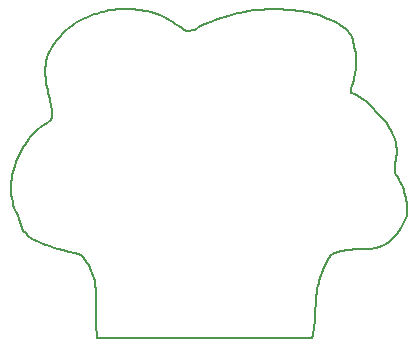
<source format=gm1>
G04 #@! TF.GenerationSoftware,KiCad,Pcbnew,5.1.6-c6e7f7d~87~ubuntu18.04.1*
G04 #@! TF.CreationDate,2020-07-20T19:22:24+02:00*
G04 #@! TF.ProjectId,cloud-demo,636c6f75-642d-4646-956d-6f2e6b696361,rev?*
G04 #@! TF.SameCoordinates,Original*
G04 #@! TF.FileFunction,Profile,NP*
%FSLAX46Y46*%
G04 Gerber Fmt 4.6, Leading zero omitted, Abs format (unit mm)*
G04 Created by KiCad (PCBNEW 5.1.6-c6e7f7d~87~ubuntu18.04.1) date 2020-07-20 19:22:24*
%MOMM*%
%LPD*%
G01*
G04 APERTURE LIST*
G04 #@! TA.AperFunction,Profile*
%ADD10C,0.200000*%
G04 #@! TD*
G04 APERTURE END LIST*
D10*
X119397432Y-70080646D02*
X119719008Y-69888181D01*
X119719008Y-69888181D02*
X120051536Y-69701669D01*
X120051536Y-69701669D02*
X120395955Y-69523422D01*
X120395955Y-69523422D02*
X120753201Y-69355756D01*
X120753201Y-69355756D02*
X120936928Y-69276614D01*
X120936928Y-69276614D02*
X121124213Y-69200985D01*
X121124213Y-69200985D02*
X121315174Y-69129159D01*
X121315174Y-69129159D02*
X121509928Y-69061424D01*
X121509928Y-69061424D02*
X121708593Y-68998071D01*
X121708593Y-68998071D02*
X121911285Y-68939388D01*
X121911285Y-68939388D02*
X122118121Y-68885665D01*
X122118121Y-68885665D02*
X122329220Y-68837190D01*
X122329220Y-68837190D02*
X122544698Y-68794255D01*
X122544698Y-68794255D02*
X122764672Y-68757147D01*
X122764672Y-68757147D02*
X122989259Y-68726156D01*
X122989259Y-68726156D02*
X123218578Y-68701571D01*
X123218578Y-68701571D02*
X123452745Y-68683682D01*
X123452745Y-68683682D02*
X123691877Y-68672778D01*
X123691877Y-68672778D02*
X123936091Y-68669149D01*
X123936091Y-68669149D02*
X124185505Y-68673083D01*
X124185505Y-68673083D02*
X124440237Y-68684870D01*
X124440237Y-68684870D02*
X124700402Y-68704799D01*
X124700402Y-68704799D02*
X124966119Y-68733161D01*
X124966119Y-68733161D02*
X125237504Y-68770243D01*
X125237504Y-68770243D02*
X125514675Y-68816335D01*
X125514675Y-68816335D02*
X125797750Y-68871727D01*
X125797750Y-68871727D02*
X126086844Y-68936708D01*
X126086844Y-68936708D02*
X126382077Y-69011568D01*
X139781188Y-96486874D02*
X121571224Y-96486874D01*
X120217059Y-89466597D02*
X119675669Y-89344412D01*
X119675669Y-89344412D02*
X119175356Y-89224634D01*
X119175356Y-89224634D02*
X118714361Y-89107012D01*
X118714361Y-89107012D02*
X118290928Y-88991297D01*
X118290928Y-88991297D02*
X117903300Y-88877239D01*
X117903300Y-88877239D02*
X117549719Y-88764588D01*
X117549719Y-88764588D02*
X117228428Y-88653094D01*
X117228428Y-88653094D02*
X116937671Y-88542508D01*
X116937671Y-88542508D02*
X116675689Y-88432579D01*
X116675689Y-88432579D02*
X116440727Y-88323057D01*
X116440727Y-88323057D02*
X116231026Y-88213693D01*
X116231026Y-88213693D02*
X116044830Y-88104237D01*
X116044830Y-88104237D02*
X115735925Y-87884049D01*
X115735925Y-87884049D02*
X115499952Y-87660495D01*
X115499952Y-87660495D02*
X115322856Y-87431575D01*
X115322856Y-87431575D02*
X115190580Y-87195291D01*
X115190580Y-87195291D02*
X115089066Y-86949644D01*
X115089066Y-86949644D02*
X115004259Y-86692634D01*
X115004259Y-86692634D02*
X114922100Y-86422264D01*
X114922100Y-86422264D02*
X114828532Y-86136535D01*
X114828532Y-86136535D02*
X114709500Y-85833447D01*
X114709500Y-85833447D02*
X114550946Y-85511002D01*
X144841489Y-88967696D02*
X144597627Y-88977864D01*
X144597627Y-88977864D02*
X144348768Y-88987106D01*
X144348768Y-88987106D02*
X144096713Y-88996283D01*
X144096713Y-88996283D02*
X143843264Y-89006258D01*
X143843264Y-89006258D02*
X143590224Y-89017893D01*
X143590224Y-89017893D02*
X143339395Y-89032053D01*
X143339395Y-89032053D02*
X143092579Y-89049598D01*
X143092579Y-89049598D02*
X142851578Y-89071393D01*
X142851578Y-89071393D02*
X142618194Y-89098299D01*
X142618194Y-89098299D02*
X142394230Y-89131179D01*
X142394230Y-89131179D02*
X142181487Y-89170896D01*
X142181487Y-89170896D02*
X141981768Y-89218313D01*
X141981768Y-89218313D02*
X141710550Y-89305763D01*
X141710550Y-89305763D02*
X141478773Y-89415390D01*
X141478773Y-89415390D02*
X141349170Y-89502234D01*
X133402353Y-69047202D02*
X133696088Y-68972384D01*
X133696088Y-68972384D02*
X134024279Y-68904146D01*
X134024279Y-68904146D02*
X134383559Y-68843470D01*
X134383559Y-68843470D02*
X134770561Y-68791337D01*
X134770561Y-68791337D02*
X134973406Y-68768782D01*
X134973406Y-68768782D02*
X135181918Y-68748731D01*
X135181918Y-68748731D02*
X135395678Y-68731307D01*
X135395678Y-68731307D02*
X135614264Y-68716633D01*
X135614264Y-68716633D02*
X135837255Y-68704832D01*
X135837255Y-68704832D02*
X136064231Y-68696026D01*
X136064231Y-68696026D02*
X136294771Y-68690338D01*
X136294771Y-68690338D02*
X136528453Y-68687892D01*
X136528453Y-68687892D02*
X136764857Y-68688810D01*
X136764857Y-68688810D02*
X137003562Y-68693214D01*
X137003562Y-68693214D02*
X137244147Y-68701228D01*
X137244147Y-68701228D02*
X137486192Y-68712974D01*
X137486192Y-68712974D02*
X137729275Y-68728575D01*
X137729275Y-68728575D02*
X137972976Y-68748154D01*
X137972976Y-68748154D02*
X138216873Y-68771834D01*
X138216873Y-68771834D02*
X138460547Y-68799738D01*
X138460547Y-68799738D02*
X138703575Y-68831987D01*
X138703575Y-68831987D02*
X138945537Y-68868706D01*
X138945537Y-68868706D02*
X139186013Y-68910017D01*
X139186013Y-68910017D02*
X139424581Y-68956042D01*
X139424581Y-68956042D02*
X139660821Y-69006905D01*
X139660821Y-69006905D02*
X139894312Y-69062728D01*
X139894312Y-69062728D02*
X140124632Y-69123634D01*
X140124632Y-69123634D02*
X140351362Y-69189746D01*
X126382077Y-69011568D02*
X126667717Y-69095496D01*
X126667717Y-69095496D02*
X126858678Y-69170053D01*
X126858678Y-69170053D02*
X127049359Y-69257059D01*
X127049359Y-69257059D02*
X127239152Y-69354427D01*
X127239152Y-69354427D02*
X127427451Y-69460071D01*
X127427451Y-69460071D02*
X127613649Y-69571902D01*
X127613649Y-69571902D02*
X127797138Y-69687835D01*
X127797138Y-69687835D02*
X127977312Y-69805781D01*
X127977312Y-69805781D02*
X128153564Y-69923654D01*
X128153564Y-69923654D02*
X128325287Y-70039367D01*
X128325287Y-70039367D02*
X128491873Y-70150833D01*
X128491873Y-70150833D02*
X128730795Y-70305503D01*
X128730795Y-70305503D02*
X128954746Y-70438877D01*
X128954746Y-70438877D02*
X129161678Y-70543912D01*
X143451689Y-72432617D02*
X143496228Y-72737315D01*
X143496228Y-72737315D02*
X143517226Y-73025329D01*
X143517226Y-73025329D02*
X143517819Y-73297447D01*
X143517819Y-73297447D02*
X143501142Y-73554454D01*
X143501142Y-73554454D02*
X143470330Y-73797141D01*
X143470330Y-73797141D02*
X143428521Y-74026293D01*
X143428521Y-74026293D02*
X143378848Y-74242700D01*
X143378848Y-74242700D02*
X143324448Y-74447148D01*
X143324448Y-74447148D02*
X143268456Y-74640425D01*
X143268456Y-74640425D02*
X143188342Y-74911120D01*
X143188342Y-74911120D02*
X143122285Y-75161111D01*
X143122285Y-75161111D02*
X143080866Y-75393058D01*
X143080866Y-75393058D02*
X143074668Y-75609619D01*
X143074668Y-75609619D02*
X143095330Y-75746758D01*
X121571224Y-96486874D02*
X121538375Y-96267988D01*
X121538375Y-96267988D02*
X121513136Y-96049504D01*
X121513136Y-96049504D02*
X121494685Y-95831376D01*
X121494685Y-95831376D02*
X121482200Y-95613563D01*
X121482200Y-95613563D02*
X121474858Y-95396020D01*
X121474858Y-95396020D02*
X121471839Y-95178705D01*
X121471839Y-95178705D02*
X121472318Y-94961574D01*
X121472318Y-94961574D02*
X121475475Y-94744584D01*
X121475475Y-94744584D02*
X121480488Y-94527691D01*
X121480488Y-94527691D02*
X121486534Y-94310853D01*
X121486534Y-94310853D02*
X121492791Y-94094026D01*
X121492791Y-94094026D02*
X121498437Y-93877167D01*
X121498437Y-93877167D02*
X121502650Y-93660232D01*
X121502650Y-93660232D02*
X121504608Y-93443179D01*
X121504608Y-93443179D02*
X121503489Y-93225964D01*
X121503489Y-93225964D02*
X121498471Y-93008543D01*
X121498471Y-93008543D02*
X121488732Y-92790874D01*
X121488732Y-92790874D02*
X121473448Y-92572914D01*
X121473448Y-92572914D02*
X121451800Y-92354618D01*
X121451800Y-92354618D02*
X121422964Y-92135944D01*
X121422964Y-92135944D02*
X121386118Y-91916848D01*
X121386118Y-91916848D02*
X121340440Y-91697288D01*
X121340440Y-91697288D02*
X121285109Y-91477219D01*
X121285109Y-91477219D02*
X121219302Y-91256599D01*
X121219302Y-91256599D02*
X121142196Y-91035384D01*
X121142196Y-91035384D02*
X121052971Y-90813532D01*
X121052971Y-90813532D02*
X120950803Y-90590998D01*
X120950803Y-90590998D02*
X120834871Y-90367740D01*
X120834871Y-90367740D02*
X120704353Y-90143714D01*
X120704353Y-90143714D02*
X120558426Y-89918877D01*
X120558426Y-89918877D02*
X120396269Y-89693185D01*
X120396269Y-89693185D02*
X120217059Y-89466597D01*
X140351362Y-69189746D02*
X140632134Y-69299555D01*
X140632134Y-69299555D02*
X140893198Y-69406067D01*
X140893198Y-69406067D02*
X141135340Y-69509556D01*
X141135340Y-69509556D02*
X141359343Y-69610297D01*
X141359343Y-69610297D02*
X141565992Y-69708565D01*
X141565992Y-69708565D02*
X141756071Y-69804636D01*
X141756071Y-69804636D02*
X142089656Y-69991287D01*
X142089656Y-69991287D02*
X142366374Y-70172450D01*
X142366374Y-70172450D02*
X142592500Y-70350327D01*
X142592500Y-70350327D02*
X142774309Y-70527118D01*
X142774309Y-70527118D02*
X142918076Y-70705026D01*
X142918076Y-70705026D02*
X143030075Y-70886251D01*
X143030075Y-70886251D02*
X143116582Y-71072994D01*
X143116582Y-71072994D02*
X143183872Y-71267457D01*
X143183872Y-71267457D02*
X143238220Y-71471842D01*
X143238220Y-71471842D02*
X143285901Y-71688349D01*
X143285901Y-71688349D02*
X143333189Y-71919179D01*
X143333189Y-71919179D02*
X143386360Y-72166535D01*
X143386360Y-72166535D02*
X143451689Y-72432617D01*
X129161678Y-70543912D02*
X129386927Y-70524560D01*
X129386927Y-70524560D02*
X129632382Y-70486453D01*
X129632382Y-70486453D02*
X129850836Y-70412805D01*
X129850836Y-70412805D02*
X130033895Y-70304824D01*
X130033895Y-70304824D02*
X130206349Y-70195907D01*
X130206349Y-70195907D02*
X130454435Y-70058840D01*
X130454435Y-70058840D02*
X130682065Y-69949953D01*
X130682065Y-69949953D02*
X130973640Y-69825750D01*
X130973640Y-69825750D02*
X131341293Y-69685107D01*
X131341293Y-69685107D02*
X131557440Y-69608271D01*
X131557440Y-69608271D02*
X131797156Y-69526904D01*
X131797156Y-69526904D02*
X132061958Y-69440866D01*
X132061958Y-69440866D02*
X132353362Y-69350017D01*
X132353362Y-69350017D02*
X132672885Y-69254217D01*
X132672885Y-69254217D02*
X133022043Y-69153325D01*
X133022043Y-69153325D02*
X133402353Y-69047202D01*
X146765831Y-82517584D02*
X146896853Y-82719803D01*
X146896853Y-82719803D02*
X147020004Y-82923990D01*
X147020004Y-82923990D02*
X147135136Y-83130182D01*
X147135136Y-83130182D02*
X147242102Y-83338415D01*
X147242102Y-83338415D02*
X147340753Y-83548727D01*
X147340753Y-83548727D02*
X147430942Y-83761154D01*
X147430942Y-83761154D02*
X147512521Y-83975734D01*
X147512521Y-83975734D02*
X147585342Y-84192503D01*
X147585342Y-84192503D02*
X147649258Y-84411499D01*
X147649258Y-84411499D02*
X147704121Y-84632757D01*
X147704121Y-84632757D02*
X147749783Y-84856316D01*
X147749783Y-84856316D02*
X147786097Y-85082211D01*
X147786097Y-85082211D02*
X147812914Y-85310481D01*
X147812914Y-85310481D02*
X147830087Y-85541162D01*
X147830087Y-85541162D02*
X147837469Y-85774290D01*
X147837469Y-85774290D02*
X147834911Y-86009904D01*
X139781188Y-96486874D02*
X139781188Y-96486874D01*
X146017475Y-78241274D02*
X146162890Y-78482581D01*
X146162890Y-78482581D02*
X146293124Y-78710493D01*
X146293124Y-78710493D02*
X146408908Y-78925656D01*
X146408908Y-78925656D02*
X146510973Y-79128712D01*
X146510973Y-79128712D02*
X146600049Y-79320309D01*
X146600049Y-79320309D02*
X146742158Y-79671699D01*
X146742158Y-79671699D02*
X146841082Y-79984985D01*
X146841082Y-79984985D02*
X146902669Y-80265326D01*
X146902669Y-80265326D02*
X146932764Y-80517880D01*
X146932764Y-80517880D02*
X146937214Y-80747806D01*
X146937214Y-80747806D02*
X146921866Y-80960264D01*
X146921866Y-80960264D02*
X146892566Y-81160411D01*
X146892566Y-81160411D02*
X146835247Y-81448835D01*
X146835247Y-81448835D02*
X146779424Y-81738579D01*
X146779424Y-81738579D02*
X146752784Y-81941073D01*
X146752784Y-81941073D02*
X146741426Y-82157051D01*
X146741426Y-82157051D02*
X146751195Y-82391671D01*
X146751195Y-82391671D02*
X146765831Y-82517584D01*
X141349170Y-89502234D02*
X141191238Y-89761353D01*
X141191238Y-89761353D02*
X141047136Y-90015286D01*
X141047136Y-90015286D02*
X140916183Y-90264288D01*
X140916183Y-90264288D02*
X140797698Y-90508615D01*
X140797698Y-90508615D02*
X140691003Y-90748521D01*
X140691003Y-90748521D02*
X140595415Y-90984262D01*
X140595415Y-90984262D02*
X140510256Y-91216091D01*
X140510256Y-91216091D02*
X140434846Y-91444265D01*
X140434846Y-91444265D02*
X140368503Y-91669039D01*
X140368503Y-91669039D02*
X140310549Y-91890667D01*
X140310549Y-91890667D02*
X140260303Y-92109405D01*
X140260303Y-92109405D02*
X140217084Y-92325507D01*
X140217084Y-92325507D02*
X140180214Y-92539228D01*
X140180214Y-92539228D02*
X140149011Y-92750825D01*
X140149011Y-92750825D02*
X140122795Y-92960551D01*
X140122795Y-92960551D02*
X140100887Y-93168662D01*
X140100887Y-93168662D02*
X140082606Y-93375413D01*
X140082606Y-93375413D02*
X140067272Y-93581058D01*
X140067272Y-93581058D02*
X140054206Y-93785853D01*
X140054206Y-93785853D02*
X140042726Y-93990054D01*
X140042726Y-93990054D02*
X140032153Y-94193914D01*
X140032153Y-94193914D02*
X140021807Y-94397689D01*
X140021807Y-94397689D02*
X140011007Y-94601634D01*
X140011007Y-94601634D02*
X139999074Y-94806004D01*
X139999074Y-94806004D02*
X139985327Y-95011055D01*
X139985327Y-95011055D02*
X139969086Y-95217040D01*
X139969086Y-95217040D02*
X139949672Y-95424216D01*
X139949672Y-95424216D02*
X139926403Y-95632837D01*
X139926403Y-95632837D02*
X139898601Y-95843158D01*
X139898601Y-95843158D02*
X139865584Y-96055434D01*
X139865584Y-96055434D02*
X139826673Y-96269921D01*
X139826673Y-96269921D02*
X139781188Y-96486874D01*
X114550946Y-85511002D02*
X114466384Y-85246423D01*
X114466384Y-85246423D02*
X114398479Y-84977554D01*
X114398479Y-84977554D02*
X114346721Y-84705050D01*
X114346721Y-84705050D02*
X114310601Y-84429566D01*
X114310601Y-84429566D02*
X114289608Y-84151760D01*
X114289608Y-84151760D02*
X114283234Y-83872286D01*
X114283234Y-83872286D02*
X114290970Y-83591802D01*
X114290970Y-83591802D02*
X114312305Y-83310962D01*
X114312305Y-83310962D02*
X114346731Y-83030424D01*
X114346731Y-83030424D02*
X114393739Y-82750843D01*
X114393739Y-82750843D02*
X114452818Y-82472875D01*
X114452818Y-82472875D02*
X114523460Y-82197176D01*
X114523460Y-82197176D02*
X114605155Y-81924402D01*
X114605155Y-81924402D02*
X114697394Y-81655210D01*
X114697394Y-81655210D02*
X114799667Y-81390254D01*
X114799667Y-81390254D02*
X114911465Y-81130192D01*
X114911465Y-81130192D02*
X115032279Y-80875680D01*
X115032279Y-80875680D02*
X115161599Y-80627372D01*
X115161599Y-80627372D02*
X115298916Y-80385926D01*
X115298916Y-80385926D02*
X115443721Y-80151997D01*
X115443721Y-80151997D02*
X115595504Y-79926242D01*
X115595504Y-79926242D02*
X115753756Y-79709316D01*
X115753756Y-79709316D02*
X115917967Y-79501875D01*
X115917967Y-79501875D02*
X116087629Y-79304576D01*
X116087629Y-79304576D02*
X116262231Y-79118075D01*
X116262231Y-79118075D02*
X116441264Y-78943027D01*
X116441264Y-78943027D02*
X116624220Y-78780088D01*
X116624220Y-78780088D02*
X116810588Y-78629915D01*
X116810588Y-78629915D02*
X116999859Y-78493164D01*
X116999859Y-78493164D02*
X117191525Y-78370490D01*
X117191525Y-78370490D02*
X117385075Y-78262550D01*
X117385075Y-78262550D02*
X117580000Y-78170000D01*
X143095330Y-75746758D02*
X143405084Y-75888541D01*
X143405084Y-75888541D02*
X143682330Y-76033936D01*
X143682330Y-76033936D02*
X143930401Y-76182572D01*
X143930401Y-76182572D02*
X144152632Y-76334080D01*
X144152632Y-76334080D02*
X144352357Y-76488088D01*
X144352357Y-76488088D02*
X144532910Y-76644226D01*
X144532910Y-76644226D02*
X144697625Y-76802124D01*
X144697625Y-76802124D02*
X144849837Y-76961411D01*
X144849837Y-76961411D02*
X144992878Y-77121717D01*
X144992878Y-77121717D02*
X145130083Y-77282672D01*
X145130083Y-77282672D02*
X145264787Y-77443904D01*
X145264787Y-77443904D02*
X145400323Y-77605045D01*
X145400323Y-77605045D02*
X145540026Y-77765722D01*
X145540026Y-77765722D02*
X145687230Y-77925566D01*
X145687230Y-77925566D02*
X145845268Y-78084207D01*
X145845268Y-78084207D02*
X146017475Y-78241274D01*
X147834911Y-86009904D02*
X147758196Y-86200097D01*
X147758196Y-86200097D02*
X147603556Y-86555791D01*
X147603556Y-86555791D02*
X147446832Y-86879888D01*
X147446832Y-86879888D02*
X147287459Y-87173981D01*
X147287459Y-87173981D02*
X147124872Y-87439661D01*
X147124872Y-87439661D02*
X146958507Y-87678521D01*
X146958507Y-87678521D02*
X146787799Y-87892152D01*
X146787799Y-87892152D02*
X146612182Y-88082145D01*
X146612182Y-88082145D02*
X146431093Y-88250093D01*
X146431093Y-88250093D02*
X146243967Y-88397588D01*
X146243967Y-88397588D02*
X146050239Y-88526222D01*
X146050239Y-88526222D02*
X145849344Y-88637586D01*
X145849344Y-88637586D02*
X145640718Y-88733272D01*
X145640718Y-88733272D02*
X145423795Y-88814873D01*
X145423795Y-88814873D02*
X145198012Y-88883980D01*
X145198012Y-88883980D02*
X144962804Y-88942184D01*
X144962804Y-88942184D02*
X144841489Y-88967696D01*
X117580000Y-78170000D02*
X117700398Y-77862711D01*
X117700398Y-77862711D02*
X117739054Y-77517163D01*
X117739054Y-77517163D02*
X117713289Y-77135888D01*
X117713289Y-77135888D02*
X117681662Y-76932645D01*
X117681662Y-76932645D02*
X117640425Y-76721420D01*
X117640425Y-76721420D02*
X117591744Y-76502529D01*
X117591744Y-76502529D02*
X117537784Y-76276290D01*
X117537784Y-76276290D02*
X117480711Y-76043019D01*
X117480711Y-76043019D02*
X117422688Y-75803032D01*
X117422688Y-75803032D02*
X117365882Y-75556647D01*
X117365882Y-75556647D02*
X117312458Y-75304179D01*
X117312458Y-75304179D02*
X117264580Y-75045946D01*
X117264580Y-75045946D02*
X117224415Y-74782264D01*
X117224415Y-74782264D02*
X117194127Y-74513449D01*
X117194127Y-74513449D02*
X117175882Y-74239819D01*
X117175882Y-74239819D02*
X117171844Y-73961690D01*
X117171844Y-73961690D02*
X117184180Y-73679378D01*
X117184180Y-73679378D02*
X117215053Y-73393200D01*
X117215053Y-73393200D02*
X117266630Y-73103473D01*
X117266630Y-73103473D02*
X117341076Y-72810513D01*
X117341076Y-72810513D02*
X117440555Y-72514637D01*
X117440555Y-72514637D02*
X117567233Y-72216162D01*
X117567233Y-72216162D02*
X117723276Y-71915404D01*
X117723276Y-71915404D02*
X117910848Y-71612680D01*
X117910848Y-71612680D02*
X118132114Y-71308306D01*
X118132114Y-71308306D02*
X118389241Y-71002599D01*
X118389241Y-71002599D02*
X118684392Y-70695875D01*
X118684392Y-70695875D02*
X119019734Y-70388452D01*
X119019734Y-70388452D02*
X119397432Y-70080646D01*
M02*

</source>
